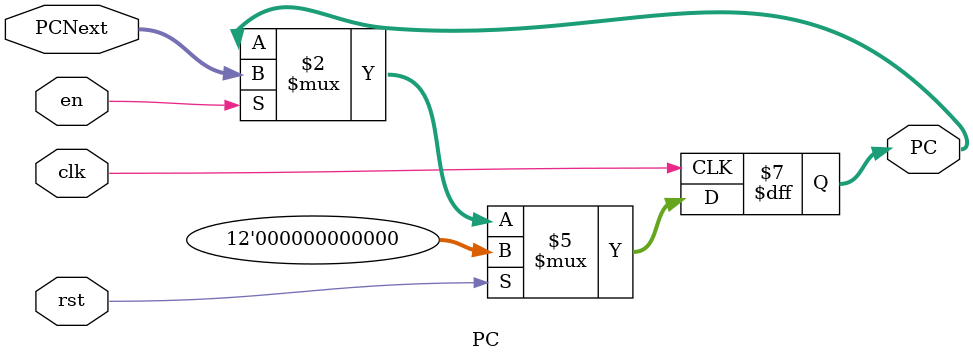
<source format=sv>
module PC#(parameter ROM_WIDTH=12)(
    input logic clk,
    input logic rst,
    input logic en,
    input logic [ROM_WIDTH-1:0] PCNext,
    output logic [ROM_WIDTH-1:0] PC
);

always_ff @(posedge clk)begin 
    if(rst)
        PC<={ROM_WIDTH{1'b0}};
    else if (en)
        PC<=PCNext;
end

endmodule


</source>
